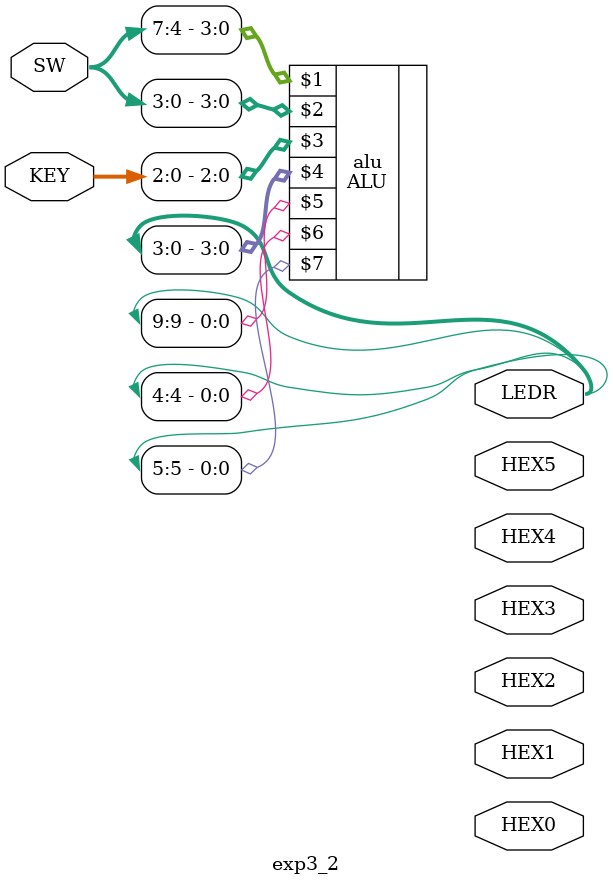
<source format=v>


module exp3_2(

	//////////// KEY //////////
	input 		     [3:0]		KEY,

	//////////// SW //////////
	input 		     [9:0]		SW,

	//////////// LED //////////
	output		     [9:0]		LEDR,

	//////////// Seg7 //////////
	output		     [6:0]		HEX0,
	output		     [6:0]		HEX1,
	output		     [6:0]		HEX2,
	output		     [6:0]		HEX3,
	output		     [6:0]		HEX4,
	output		     [6:0]		HEX5
);




ALU alu(SW[7:4],SW[3:0],KEY[2:0],LEDR[3:0],LEDR[9],LEDR[4],LEDR[5]);

//=======================================================
//  REG/WIRE declarations
//=======================================================




//=======================================================
//  Structural coding
//=======================================================



endmodule

</source>
